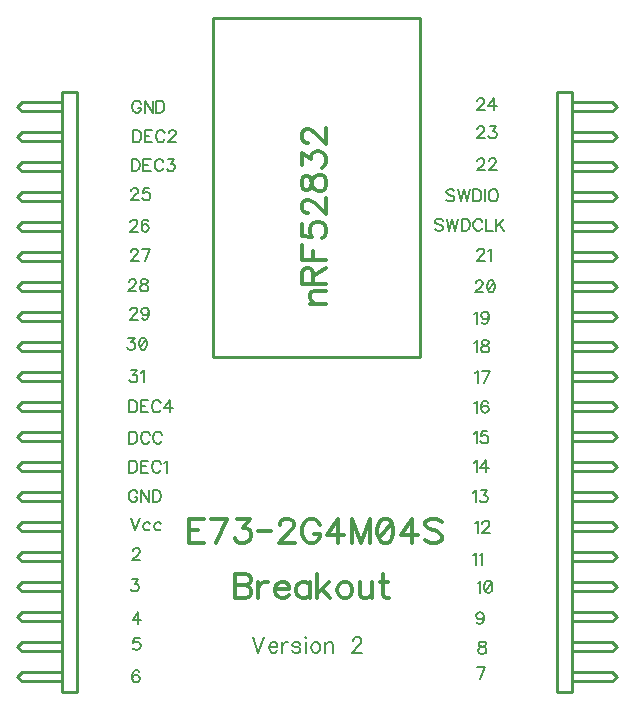
<source format=gbr>
G04 DipTrace 3.1.0.1*
G04 TopSilk.gbr*
%MOIN*%
G04 #@! TF.FileFunction,Legend,Top*
G04 #@! TF.Part,Single*
%ADD10C,0.009843*%
%ADD34C,0.00772*%
%ADD35C,0.006176*%
%ADD36C,0.012351*%
%FSLAX26Y26*%
G04*
G70*
G90*
G75*
G01*
G04 TopSilk*
%LPD*%
X2038870Y397638D2*
D10*
X1989114D1*
X2038870D2*
Y2397638D1*
X1989114D1*
X2172205Y431638D2*
X2038870D1*
X2172205D2*
X2188976Y447638D1*
X2172205Y463638D1*
X2038870D1*
X2172205Y531638D2*
X2038870D1*
X2172205D2*
X2188976Y547638D1*
X2172205Y563638D1*
X2038870D1*
X2172205Y631638D2*
X2038870D1*
X2172205D2*
X2188976Y647638D1*
X2172205Y663638D1*
X2038870D1*
X2172205Y731638D2*
X2038870D1*
X2172205D2*
X2188976Y747638D1*
X2172205Y763638D1*
X2038870D1*
X2172205Y831638D2*
X2038870D1*
X2172205D2*
X2188976Y847638D1*
X2172205Y863638D1*
X2038870D1*
X2172205Y931638D2*
X2038870D1*
X2172205D2*
X2188976Y947638D1*
X2172205Y963638D1*
X2038870D1*
X2172205Y1031638D2*
X2038870D1*
X2172205D2*
X2188976Y1047638D1*
X2172205Y1063638D1*
X2038870D1*
X2172205Y1131638D2*
X2038870D1*
X2172205D2*
X2188976Y1147638D1*
X2172205Y1163638D1*
X2038870D1*
X2172205Y1231638D2*
X2038870D1*
X2172205D2*
X2188976Y1247638D1*
X2172205Y1263638D1*
X2038870D1*
X2172205Y1331638D2*
X2038870D1*
X2172205D2*
X2188976Y1347638D1*
X2172205Y1363638D1*
X2038870D1*
X2172205Y1431638D2*
X2038870D1*
X2172205D2*
X2188976Y1447638D1*
X2172205Y1463638D1*
X2038870D1*
X2172205Y1531638D2*
X2038870D1*
X2172205D2*
X2188976Y1547638D1*
X2172205Y1563638D1*
X2038870D1*
X2172205Y1631638D2*
X2038870D1*
X2172205D2*
X2188976Y1647638D1*
X2172205Y1663638D1*
X2038870D1*
X2172205Y1731638D2*
X2038870D1*
X2172205D2*
X2188976Y1747638D1*
X2172205Y1763638D1*
X2038870D1*
X2172205Y1831638D2*
X2038870D1*
X2172205D2*
X2188976Y1847638D1*
X2172205Y1863638D1*
X2038870D1*
X2172205Y1931638D2*
X2038870D1*
X2172205D2*
X2188976Y1947638D1*
X2172205Y1963638D1*
X2038870D1*
X2172205Y2031638D2*
X2038870D1*
X2172205D2*
X2188976Y2047638D1*
X2172205Y2063638D1*
X2038870D1*
X2172205Y2131638D2*
X2038870D1*
X2172205D2*
X2188976Y2147638D1*
X2172205Y2163638D1*
X2038870D1*
X2172205Y2231638D2*
X2038870D1*
X2172205D2*
X2188976Y2247638D1*
X2172205Y2263638D1*
X2038870D1*
X2172205Y2331638D2*
X2038870D1*
X2172205D2*
X2188976Y2347638D1*
X2172205Y2363638D1*
X2038870D1*
X1989114Y397638D2*
Y473638D1*
Y2397638D1*
X339083D2*
X388839D1*
X339083D2*
Y397638D1*
X388839D1*
X205748Y2363638D2*
X339083D1*
X205748D2*
X188976Y2347638D1*
X205748Y2331638D1*
X339083D1*
X205748Y2263638D2*
X339083D1*
X205748D2*
X188976Y2247638D1*
X205748Y2231638D1*
X339083D1*
X205748Y2163638D2*
X339083D1*
X205748D2*
X188976Y2147638D1*
X205748Y2131638D1*
X339083D1*
X205748Y2063638D2*
X339083D1*
X205748D2*
X188976Y2047638D1*
X205748Y2031638D1*
X339083D1*
X205748Y1963638D2*
X339083D1*
X205748D2*
X188976Y1947638D1*
X205748Y1931638D1*
X339083D1*
X205748Y1863638D2*
X339083D1*
X205748D2*
X188976Y1847638D1*
X205748Y1831638D1*
X339083D1*
X205748Y1763638D2*
X339083D1*
X205748D2*
X188976Y1747638D1*
X205748Y1731638D1*
X339083D1*
X205748Y1663638D2*
X339083D1*
X205748D2*
X188976Y1647638D1*
X205748Y1631638D1*
X339083D1*
X205748Y1563638D2*
X339083D1*
X205748D2*
X188976Y1547638D1*
X205748Y1531638D1*
X339083D1*
X205748Y1463638D2*
X339083D1*
X205748D2*
X188976Y1447638D1*
X205748Y1431638D1*
X339083D1*
X205748Y1363638D2*
X339083D1*
X205748D2*
X188976Y1347638D1*
X205748Y1331638D1*
X339083D1*
X205748Y1263638D2*
X339083D1*
X205748D2*
X188976Y1247638D1*
X205748Y1231638D1*
X339083D1*
X205748Y1163638D2*
X339083D1*
X205748D2*
X188976Y1147638D1*
X205748Y1131638D1*
X339083D1*
X205748Y1063638D2*
X339083D1*
X205748D2*
X188976Y1047638D1*
X205748Y1031638D1*
X339083D1*
X205748Y963638D2*
X339083D1*
X205748D2*
X188976Y947638D1*
X205748Y931638D1*
X339083D1*
X205748Y863638D2*
X339083D1*
X205748D2*
X188976Y847638D1*
X205748Y831638D1*
X339083D1*
X205748Y763638D2*
X339083D1*
X205748D2*
X188976Y747638D1*
X205748Y731638D1*
X339083D1*
X205748Y663638D2*
X339083D1*
X205748D2*
X188976Y647638D1*
X205748Y631638D1*
X339083D1*
X205748Y563638D2*
X339083D1*
X205748D2*
X188976Y547638D1*
X205748Y531638D1*
X339083D1*
X205748Y463638D2*
X339083D1*
X205748D2*
X188976Y447638D1*
X205748Y431638D1*
X339083D1*
X388839Y2397638D2*
Y2321638D1*
Y397638D1*
X844508Y2643701D2*
X1533445D1*
Y1513818D1*
X844508D1*
Y2643701D1*
X603198Y2357830D2*
D35*
X601297Y2361633D1*
X597450Y2365479D1*
X593648Y2367381D1*
X585999D1*
X582152Y2365479D1*
X578349Y2361633D1*
X576404Y2357830D1*
X574503Y2352082D1*
Y2342487D1*
X576404Y2336783D1*
X578349Y2332937D1*
X582152Y2329134D1*
X585999Y2327189D1*
X593648D1*
X597450Y2329134D1*
X601297Y2332937D1*
X603198Y2336783D1*
Y2342487D1*
X593648D1*
X642345Y2367381D2*
Y2327189D1*
X615550Y2367381D1*
Y2327189D1*
X654696Y2367381D2*
Y2327189D1*
X668093D1*
X673841Y2329134D1*
X677688Y2332937D1*
X679589Y2336783D1*
X681491Y2342487D1*
Y2352082D1*
X679589Y2357830D1*
X677688Y2361633D1*
X673841Y2365479D1*
X668093Y2367381D1*
X654696D1*
X591781Y1060192D2*
X589880Y1063995D1*
X586033Y1067841D1*
X582231Y1069743D1*
X574581D1*
X570735Y1067841D1*
X566932Y1063995D1*
X564986Y1060192D1*
X563085Y1054444D1*
Y1044849D1*
X564986Y1039146D1*
X566932Y1035299D1*
X570735Y1031496D1*
X574581Y1029551D1*
X582231D1*
X586033Y1031496D1*
X589880Y1035299D1*
X591781Y1039146D1*
Y1044849D1*
X582231D1*
X630927Y1069743D2*
Y1029551D1*
X604133Y1069743D1*
Y1029551D1*
X643279Y1069743D2*
Y1029551D1*
X656676D1*
X662424Y1031496D1*
X666271Y1035299D1*
X668172Y1039146D1*
X670073Y1044849D1*
Y1054444D1*
X668172Y1060192D1*
X666271Y1063995D1*
X662424Y1067841D1*
X656676Y1069743D1*
X643279D1*
X577258Y2269349D2*
Y2229157D1*
X590656D1*
X596404Y2231103D1*
X600251Y2234905D1*
X602152Y2238752D1*
X604053Y2244456D1*
Y2254050D1*
X602152Y2259798D1*
X600251Y2263601D1*
X596404Y2267448D1*
X590656Y2269349D1*
X577258D1*
X641254D2*
X616405D1*
Y2229157D1*
X641254D1*
X616405Y2250204D2*
X631703D1*
X682301Y2259798D2*
X680400Y2263601D1*
X676553Y2267448D1*
X672750Y2269349D1*
X665101D1*
X661254Y2267448D1*
X657452Y2263601D1*
X655506Y2259798D1*
X653605Y2254050D1*
Y2244456D1*
X655506Y2238752D1*
X657452Y2234905D1*
X661254Y2231103D1*
X665101Y2229157D1*
X672750D1*
X676553Y2231103D1*
X680400Y2234905D1*
X682301Y2238752D1*
X696598Y2259754D2*
Y2261656D1*
X698499Y2265502D1*
X700400Y2267404D1*
X704247Y2269305D1*
X711897D1*
X715699Y2267404D1*
X717600Y2265502D1*
X719546Y2261656D1*
Y2257853D1*
X717600Y2254006D1*
X713798Y2248302D1*
X694652Y2229157D1*
X721447D1*
X572928Y2172892D2*
Y2132700D1*
X586325D1*
X592073Y2134646D1*
X595920Y2138448D1*
X597821Y2142295D1*
X599722Y2147999D1*
Y2157594D1*
X597821Y2163342D1*
X595920Y2167144D1*
X592073Y2170991D1*
X586325Y2172892D1*
X572928D1*
X636923D2*
X612074D1*
Y2132700D1*
X636923D1*
X612074Y2153747D2*
X627372D1*
X677970Y2163342D2*
X676069Y2167144D1*
X672222Y2170991D1*
X668420Y2172892D1*
X660770D1*
X656924Y2170991D1*
X653121Y2167144D1*
X651176Y2163342D1*
X649274Y2157594D1*
Y2147999D1*
X651176Y2142295D1*
X653121Y2138448D1*
X656924Y2134646D1*
X660770Y2132700D1*
X668420D1*
X672222Y2134646D1*
X676069Y2138448D1*
X677970Y2142295D1*
X694168Y2172848D2*
X715171D1*
X703719Y2157550D1*
X709467D1*
X713270Y2155648D1*
X715171Y2153747D1*
X717116Y2147999D1*
Y2144196D1*
X715171Y2138448D1*
X711368Y2134602D1*
X705620Y2132700D1*
X699872D1*
X694168Y2134602D1*
X692267Y2136547D1*
X690322Y2140350D1*
X568991Y975255D2*
X584289Y935063D1*
X599588Y975255D1*
X634931Y956109D2*
X631085Y959956D1*
X627238Y961857D1*
X621534D1*
X617687Y959956D1*
X613885Y956109D1*
X611939Y950361D1*
Y946559D1*
X613885Y940811D1*
X617687Y937008D1*
X621534Y935063D1*
X627238D1*
X631085Y937008D1*
X634931Y940811D1*
X670275Y956109D2*
X666428Y959956D1*
X662581Y961857D1*
X656878D1*
X653031Y959956D1*
X649228Y956109D1*
X647283Y950361D1*
Y946559D1*
X649228Y940811D1*
X653031Y937008D1*
X656878Y935063D1*
X662581D1*
X666428Y937008D1*
X670275Y940811D1*
X571330Y2066447D2*
Y2068348D1*
X573231Y2072195D1*
X575132Y2074096D1*
X578979Y2075998D1*
X586629D1*
X590431Y2074096D1*
X592332Y2072195D1*
X594278Y2068348D1*
Y2064546D1*
X592332Y2060699D1*
X588530Y2054995D1*
X569384Y2035850D1*
X596179D1*
X631478Y2075998D2*
X612377D1*
X610476Y2058798D1*
X612377Y2060699D1*
X618125Y2062645D1*
X623829D1*
X629577Y2060699D1*
X633424Y2056897D1*
X635325Y2051149D1*
Y2047346D1*
X633424Y2041598D1*
X629577Y2037751D1*
X623829Y2035850D1*
X618125D1*
X612377Y2037751D1*
X610476Y2039697D1*
X608531Y2043499D1*
X568574Y1961723D2*
Y1963624D1*
X570475Y1967471D1*
X572377Y1969372D1*
X576223Y1971273D1*
X583873D1*
X587675Y1969372D1*
X589576Y1967471D1*
X591522Y1963624D1*
Y1959821D1*
X589576Y1955975D1*
X585774Y1950271D1*
X566629Y1931126D1*
X593423D1*
X628723Y1965570D2*
X626821Y1969372D1*
X621073Y1971273D1*
X617271D1*
X611523Y1969372D1*
X607676Y1963624D1*
X605775Y1954073D1*
Y1944523D1*
X607676Y1936874D1*
X611523Y1933027D1*
X617271Y1931126D1*
X619172D1*
X624876Y1933027D1*
X628723Y1936874D1*
X630624Y1942622D1*
Y1944523D1*
X628723Y1950271D1*
X624876Y1954073D1*
X619172Y1955975D1*
X617271D1*
X611523Y1954073D1*
X607676Y1950271D1*
X605775Y1944523D1*
X570936Y1863691D2*
Y1865593D1*
X572837Y1869439D1*
X574739Y1871341D1*
X578586Y1873242D1*
X586235D1*
X590037Y1871341D1*
X591939Y1869439D1*
X593884Y1865593D1*
Y1861790D1*
X591939Y1857943D1*
X588136Y1852239D1*
X568991Y1833094D1*
X595785D1*
X615786D2*
X634931Y1873242D1*
X608137D1*
X563850Y1762510D2*
Y1764411D1*
X565751Y1768258D1*
X567652Y1770159D1*
X571499Y1772061D1*
X579148D1*
X582951Y1770159D1*
X584852Y1768258D1*
X586798Y1764411D1*
Y1760609D1*
X584852Y1756762D1*
X581049Y1751058D1*
X561904Y1731913D1*
X588699D1*
X610601Y1772061D2*
X604897Y1770159D1*
X602951Y1766357D1*
Y1762510D1*
X604897Y1758708D1*
X608699Y1756762D1*
X616349Y1754861D1*
X622097Y1752960D1*
X625899Y1749113D1*
X627801Y1745310D1*
Y1739562D1*
X625899Y1735760D1*
X623998Y1733814D1*
X618250Y1731913D1*
X610601D1*
X604897Y1733814D1*
X602951Y1735760D1*
X601050Y1739562D1*
Y1745310D1*
X602951Y1749113D1*
X606798Y1752960D1*
X612502Y1754861D1*
X620151Y1756762D1*
X623998Y1758708D1*
X625899Y1762510D1*
Y1766357D1*
X623998Y1770159D1*
X618250Y1772061D1*
X610601D1*
X568180Y1668022D2*
Y1669923D1*
X570082Y1673770D1*
X571983Y1675671D1*
X575830Y1677573D1*
X583479D1*
X587281Y1675671D1*
X589183Y1673770D1*
X591128Y1669923D1*
Y1666121D1*
X589183Y1662274D1*
X585380Y1656570D1*
X566235Y1637425D1*
X593030D1*
X630274Y1664219D2*
X628329Y1658471D1*
X624526Y1654625D1*
X618778Y1652723D1*
X616877D1*
X611129Y1654625D1*
X607326Y1658471D1*
X605381Y1664219D1*
Y1666121D1*
X607326Y1671869D1*
X611129Y1675671D1*
X616877Y1677573D1*
X618778D1*
X624526Y1675671D1*
X628329Y1671869D1*
X630274Y1664219D1*
Y1654625D1*
X628329Y1645074D1*
X624526Y1639326D1*
X618778Y1637425D1*
X614976D1*
X609228Y1639326D1*
X607326Y1643173D1*
X561814Y1577573D2*
X582816D1*
X571364Y1562274D1*
X577112D1*
X580915Y1560373D1*
X582816Y1558471D1*
X584762Y1552723D1*
Y1548921D1*
X582816Y1543173D1*
X579014Y1539326D1*
X573266Y1537425D1*
X567518D1*
X561814Y1539326D1*
X559913Y1541272D1*
X557967Y1545074D1*
X608609Y1577573D2*
X602861Y1575671D1*
X599014Y1569923D1*
X597113Y1560373D1*
Y1554625D1*
X599014Y1545074D1*
X602861Y1539326D1*
X608609Y1537425D1*
X612412D1*
X618160Y1539326D1*
X621962Y1545074D1*
X623908Y1554625D1*
Y1560373D1*
X621962Y1569923D1*
X618160Y1575671D1*
X612412Y1577573D1*
X608609D1*
X621962Y1569923D2*
X599014Y1545074D1*
X568900Y1468517D2*
X589903D1*
X578451Y1453219D1*
X584199D1*
X588002Y1451318D1*
X589903Y1449416D1*
X591848Y1443668D1*
Y1439866D1*
X589903Y1434118D1*
X586100Y1430271D1*
X580352Y1428370D1*
X574604D1*
X568900Y1430271D1*
X566999Y1432216D1*
X565054Y1436019D1*
X604200Y1460868D2*
X608047Y1462814D1*
X613795Y1468517D1*
Y1428370D1*
X564266Y1368168D2*
Y1327976D1*
X577664D1*
X583412Y1329921D1*
X587258Y1333724D1*
X589160Y1337571D1*
X591061Y1343275D1*
Y1352869D1*
X589160Y1358617D1*
X587258Y1362420D1*
X583412Y1366267D1*
X577664Y1368168D1*
X564266D1*
X628262D2*
X603412D1*
Y1327976D1*
X628262D1*
X603412Y1349023D2*
X618711D1*
X669309Y1358617D2*
X667408Y1362420D1*
X663561Y1366267D1*
X659758Y1368168D1*
X652109D1*
X648262Y1366267D1*
X644460Y1362420D1*
X642514Y1358617D1*
X640613Y1352869D1*
Y1343275D1*
X642514Y1337571D1*
X644460Y1333724D1*
X648262Y1329921D1*
X652109Y1327976D1*
X659758D1*
X663561Y1329921D1*
X667408Y1333724D1*
X669309Y1337571D1*
X700806Y1327976D2*
Y1368124D1*
X681660Y1341373D1*
X710356D1*
X564660Y1263837D2*
Y1223645D1*
X578057D1*
X583805Y1225591D1*
X587652Y1229393D1*
X589553Y1233240D1*
X591455Y1238944D1*
Y1248539D1*
X589553Y1254287D1*
X587652Y1258089D1*
X583805Y1261936D1*
X578057Y1263837D1*
X564660D1*
X632502Y1254287D2*
X630601Y1258089D1*
X626754Y1261936D1*
X622951Y1263837D1*
X615302D1*
X611455Y1261936D1*
X607653Y1258089D1*
X605707Y1254287D1*
X603806Y1248539D1*
Y1238944D1*
X605707Y1233240D1*
X607653Y1229393D1*
X611455Y1225591D1*
X615302Y1223645D1*
X622951D1*
X626754Y1225591D1*
X630601Y1229393D1*
X632502Y1233240D1*
X673549Y1254287D2*
X671648Y1258089D1*
X667801Y1261936D1*
X663999Y1263837D1*
X656349D1*
X652503Y1261936D1*
X648700Y1258089D1*
X646755Y1254287D1*
X644853Y1248539D1*
Y1238944D1*
X646755Y1233240D1*
X648700Y1229393D1*
X652503Y1225591D1*
X656349Y1223645D1*
X663999D1*
X667801Y1225591D1*
X671648Y1229393D1*
X673549Y1233240D1*
X564660Y1167381D2*
Y1127189D1*
X578057D1*
X583805Y1129134D1*
X587652Y1132937D1*
X589553Y1136783D1*
X591455Y1142487D1*
Y1152082D1*
X589553Y1157830D1*
X587652Y1161633D1*
X583805Y1165479D1*
X578057Y1167381D1*
X564660D1*
X628655D2*
X603806D1*
Y1127189D1*
X628655D1*
X603806Y1148235D2*
X619105D1*
X669703Y1157830D2*
X667801Y1161633D1*
X663955Y1165479D1*
X660152Y1167381D1*
X652503D1*
X648656Y1165479D1*
X644853Y1161633D1*
X642908Y1157830D1*
X641007Y1152082D1*
Y1142487D1*
X642908Y1136783D1*
X644853Y1132937D1*
X648656Y1129134D1*
X652503Y1127189D1*
X660152D1*
X663955Y1129134D1*
X667801Y1132937D1*
X669703Y1136783D1*
X682054Y1159687D2*
X685901Y1161633D1*
X691649Y1167336D1*
Y1127189D1*
X576842Y866053D2*
Y867955D1*
X578743Y871802D1*
X580644Y873703D1*
X584491Y875604D1*
X592140D1*
X595943Y873703D1*
X597844Y871802D1*
X599790Y867955D1*
Y864152D1*
X597844Y860305D1*
X594042Y854602D1*
X574896Y835456D1*
X601691D1*
X573625Y771667D2*
X594627D1*
X583175Y756368D1*
X588924D1*
X592726Y754467D1*
X594627Y752566D1*
X596573Y746818D1*
Y743015D1*
X594627Y737267D1*
X590825Y733421D1*
X585077Y731519D1*
X579329D1*
X573625Y733421D1*
X571724Y735366D1*
X569778Y739169D1*
X595223Y623252D2*
Y663399D1*
X576077Y636649D1*
X604773D1*
X599025Y576785D2*
X579924D1*
X578023Y559585D1*
X579924Y561487D1*
X585672Y563432D1*
X591376D1*
X597124Y561487D1*
X600971Y557684D1*
X602872Y551936D1*
Y548133D1*
X600971Y542385D1*
X597124Y538539D1*
X591376Y536637D1*
X585672D1*
X579924Y538539D1*
X578023Y540484D1*
X576077Y544287D1*
X598238Y462814D2*
X596337Y466616D1*
X590589Y468517D1*
X586786D1*
X581038Y466616D1*
X577191Y460868D1*
X575290Y451318D1*
Y441767D1*
X577191Y434118D1*
X581038Y430271D1*
X586786Y428370D1*
X588687D1*
X594391Y430271D1*
X598238Y434118D1*
X600139Y439866D1*
Y441767D1*
X598238Y447515D1*
X594391Y451318D1*
X588687Y453219D1*
X586786D1*
X581038Y451318D1*
X577191Y447515D1*
X575290Y441767D1*
X1732939Y438212D2*
X1752085Y478360D1*
X1725290D1*
X1737596Y564187D2*
X1731893Y562285D1*
X1729947Y558483D1*
Y554636D1*
X1731893Y550834D1*
X1735695Y548888D1*
X1743344Y546987D1*
X1749092Y545086D1*
X1752895Y541239D1*
X1754796Y537436D1*
Y531688D1*
X1752895Y527886D1*
X1750994Y525940D1*
X1745246Y524039D1*
X1737596D1*
X1731893Y525940D1*
X1729947Y527886D1*
X1728046Y531688D1*
Y537436D1*
X1729947Y541239D1*
X1733794Y545086D1*
X1739498Y546987D1*
X1747147Y548888D1*
X1750994Y550834D1*
X1752895Y554636D1*
Y558483D1*
X1750994Y562285D1*
X1745246Y564187D1*
X1737596D1*
X1745459Y649653D2*
X1743513Y643904D1*
X1739711Y640058D1*
X1733963Y638156D1*
X1732062D1*
X1726314Y640058D1*
X1722511Y643904D1*
X1720566Y649653D1*
Y651554D1*
X1722511Y657302D1*
X1726314Y661104D1*
X1732062Y663006D1*
X1733963D1*
X1739711Y661104D1*
X1743513Y657302D1*
X1745459Y649653D1*
Y640058D1*
X1743513Y630507D1*
X1739711Y624759D1*
X1733963Y622858D1*
X1730160D1*
X1724412Y624759D1*
X1722511Y628606D1*
X1725684Y758900D2*
X1729530Y760845D1*
X1735278Y766549D1*
Y726401D1*
X1759126Y766549D2*
X1753378Y764648D1*
X1749531Y758900D1*
X1747630Y749349D1*
Y743601D1*
X1749531Y734050D1*
X1753378Y728302D1*
X1759126Y726401D1*
X1762928D1*
X1768676Y728302D1*
X1772479Y734050D1*
X1774425Y743601D1*
Y749349D1*
X1772479Y758900D1*
X1768676Y764648D1*
X1762928Y766549D1*
X1759126D1*
X1772479Y758900D2*
X1749531Y734050D1*
X1710329Y852600D2*
X1714176Y854546D1*
X1719924Y860250D1*
Y820102D1*
X1732276Y852600D2*
X1736122Y854546D1*
X1741870Y860250D1*
Y820102D1*
X1717810Y958900D2*
X1721656Y960845D1*
X1727404Y966549D1*
Y926401D1*
X1741701Y956998D2*
Y958900D1*
X1743603Y962746D1*
X1745504Y964648D1*
X1749351Y966549D1*
X1757000D1*
X1760802Y964648D1*
X1762704Y962746D1*
X1764649Y958900D1*
Y955097D1*
X1762704Y951250D1*
X1758901Y945547D1*
X1739756Y926401D1*
X1766550D1*
X1710329Y1060474D2*
X1714176Y1062420D1*
X1719924Y1068124D1*
Y1027976D1*
X1736122Y1068124D2*
X1757125D1*
X1745673Y1052825D1*
X1751421D1*
X1755223Y1050924D1*
X1757125Y1049023D1*
X1759070Y1043275D1*
Y1039472D1*
X1757125Y1033724D1*
X1753322Y1029877D1*
X1747574Y1027976D1*
X1741826D1*
X1736122Y1029877D1*
X1734221Y1031823D1*
X1732276Y1035625D1*
X1713085Y1161262D2*
X1716932Y1163207D1*
X1722680Y1168911D1*
Y1128763D1*
X1754177D2*
Y1168911D1*
X1735031Y1142161D1*
X1763727D1*
X1713085Y1257719D2*
X1716932Y1259664D1*
X1722680Y1265368D1*
Y1225220D1*
X1757979Y1265368D2*
X1738878D1*
X1736977Y1248168D1*
X1738878Y1250069D1*
X1744626Y1252015D1*
X1750330D1*
X1756078Y1250069D1*
X1759925Y1246267D1*
X1761826Y1240519D1*
Y1236716D1*
X1759925Y1230968D1*
X1756078Y1227121D1*
X1750330Y1225220D1*
X1744626D1*
X1738878Y1227121D1*
X1736977Y1229067D1*
X1735031Y1232869D1*
X1715447Y1358900D2*
X1719294Y1360845D1*
X1725042Y1366549D1*
Y1326401D1*
X1760342Y1360845D2*
X1758440Y1364648D1*
X1752692Y1366549D1*
X1748890D1*
X1743142Y1364648D1*
X1739295Y1358900D1*
X1737394Y1349349D1*
Y1339798D1*
X1739295Y1332149D1*
X1743142Y1328302D1*
X1748890Y1326401D1*
X1750791D1*
X1756495Y1328302D1*
X1760342Y1332149D1*
X1762243Y1337897D1*
Y1339798D1*
X1760342Y1345547D1*
X1756495Y1349349D1*
X1750791Y1351250D1*
X1748890D1*
X1743142Y1349349D1*
X1739295Y1345547D1*
X1737394Y1339798D1*
X1717810Y1459687D2*
X1721656Y1461633D1*
X1727404Y1467336D1*
Y1427189D1*
X1747405D2*
X1766550Y1467336D1*
X1739756D1*
X1715447Y1560474D2*
X1719294Y1562420D1*
X1725042Y1568124D1*
Y1527976D1*
X1746944Y1568124D2*
X1741240Y1566222D1*
X1739295Y1562420D1*
Y1558573D1*
X1741240Y1554771D1*
X1745043Y1552825D1*
X1752692Y1550924D1*
X1758440Y1549023D1*
X1762243Y1545176D1*
X1764144Y1541373D1*
Y1535625D1*
X1762243Y1531823D1*
X1760342Y1529877D1*
X1754593Y1527976D1*
X1746944D1*
X1741240Y1529877D1*
X1739295Y1531823D1*
X1737394Y1535625D1*
Y1541373D1*
X1739295Y1545176D1*
X1743142Y1549023D1*
X1748845Y1550924D1*
X1756495Y1552825D1*
X1760342Y1554771D1*
X1762243Y1558573D1*
Y1562420D1*
X1760342Y1566222D1*
X1754593Y1568124D1*
X1746944D1*
X1715447Y1656537D2*
X1719294Y1658483D1*
X1725042Y1664187D1*
Y1624039D1*
X1762287Y1650834D2*
X1760342Y1645086D1*
X1756539Y1641239D1*
X1750791Y1639338D1*
X1748890D1*
X1743142Y1641239D1*
X1739339Y1645086D1*
X1737394Y1650834D1*
Y1652735D1*
X1739339Y1658483D1*
X1743142Y1662285D1*
X1748890Y1664187D1*
X1750791D1*
X1756539Y1662285D1*
X1760342Y1658483D1*
X1762287Y1650834D1*
Y1641239D1*
X1760342Y1631688D1*
X1756539Y1625940D1*
X1750791Y1624039D1*
X1746988D1*
X1741240Y1625940D1*
X1739339Y1629787D1*
X1719755Y1758573D2*
Y1760474D1*
X1721656Y1764321D1*
X1723558Y1766222D1*
X1727404Y1768124D1*
X1735054D1*
X1738856Y1766222D1*
X1740758Y1764321D1*
X1742703Y1760474D1*
Y1756672D1*
X1740758Y1752825D1*
X1736955Y1747121D1*
X1717810Y1727976D1*
X1744604D1*
X1768452Y1768124D2*
X1762704Y1766222D1*
X1758857Y1760474D1*
X1756956Y1750924D1*
Y1745176D1*
X1758857Y1735625D1*
X1762704Y1729877D1*
X1768452Y1727976D1*
X1772254D1*
X1778002Y1729877D1*
X1781805Y1735625D1*
X1783750Y1745176D1*
Y1750924D1*
X1781805Y1760474D1*
X1778002Y1766222D1*
X1772254Y1768124D1*
X1768452D1*
X1781805Y1760474D2*
X1758857Y1735625D1*
X1724873Y1864872D2*
Y1866774D1*
X1726775Y1870620D1*
X1728676Y1872522D1*
X1732523Y1874423D1*
X1740172D1*
X1743974Y1872522D1*
X1745876Y1870620D1*
X1747821Y1866774D1*
Y1862971D1*
X1745876Y1859124D1*
X1742073Y1853421D1*
X1722928Y1834275D1*
X1749722D1*
X1762074Y1866774D2*
X1765921Y1868719D1*
X1771669Y1874423D1*
Y1834275D1*
X1609959Y1967932D2*
X1606156Y1971778D1*
X1600408Y1973680D1*
X1592759D1*
X1587011Y1971778D1*
X1583164Y1967932D1*
Y1964129D1*
X1585109Y1960282D1*
X1587011Y1958381D1*
X1590813Y1956480D1*
X1602309Y1952633D1*
X1606156Y1950732D1*
X1608057Y1948786D1*
X1609959Y1944984D1*
Y1939236D1*
X1606156Y1935433D1*
X1600408Y1933488D1*
X1592759D1*
X1587011Y1935433D1*
X1583164Y1939236D1*
X1622310Y1973680D2*
X1631905Y1933488D1*
X1641455Y1973680D1*
X1651006Y1933488D1*
X1660601Y1973680D1*
X1672952D2*
Y1933488D1*
X1686349D1*
X1692098Y1935433D1*
X1695944Y1939236D1*
X1697846Y1943083D1*
X1699747Y1948786D1*
Y1958381D1*
X1697846Y1964129D1*
X1695944Y1967932D1*
X1692098Y1971778D1*
X1686349Y1973680D1*
X1672952D1*
X1740794Y1964129D2*
X1738893Y1967932D1*
X1735046Y1971778D1*
X1731244Y1973680D1*
X1723594D1*
X1719748Y1971778D1*
X1715945Y1967932D1*
X1714000Y1964129D1*
X1712098Y1958381D1*
Y1948786D1*
X1714000Y1943083D1*
X1715945Y1939236D1*
X1719748Y1935433D1*
X1723594Y1933488D1*
X1731244D1*
X1735046Y1935433D1*
X1738893Y1939236D1*
X1740794Y1943083D1*
X1753146Y1973680D2*
Y1933488D1*
X1776093D1*
X1788445Y1973680D2*
Y1933488D1*
X1815240Y1973680D2*
X1788445Y1946885D1*
X1797995Y1956480D2*
X1815240Y1933488D1*
X1648541Y2065963D2*
X1644739Y2069810D1*
X1638991Y2071711D1*
X1631341D1*
X1625593Y2069810D1*
X1621747Y2065963D1*
Y2062161D1*
X1623692Y2058314D1*
X1625593Y2056413D1*
X1629396Y2054511D1*
X1640892Y2050665D1*
X1644739Y2048763D1*
X1646640Y2046818D1*
X1648541Y2043015D1*
Y2037267D1*
X1644739Y2033465D1*
X1638991Y2031519D1*
X1631341D1*
X1625593Y2033465D1*
X1621747Y2037267D1*
X1660893Y2071711D2*
X1670488Y2031519D1*
X1680038Y2071711D1*
X1689589Y2031519D1*
X1699183Y2071711D1*
X1711535D2*
Y2031519D1*
X1724932D1*
X1730680Y2033465D1*
X1734527Y2037267D1*
X1736428Y2041114D1*
X1738330Y2046818D1*
Y2056413D1*
X1736428Y2062161D1*
X1734527Y2065963D1*
X1730680Y2069810D1*
X1724932Y2071711D1*
X1711535D1*
X1750681D2*
Y2031519D1*
X1774528Y2071711D2*
X1770682Y2069810D1*
X1766879Y2065963D1*
X1764934Y2062161D1*
X1763032Y2056413D1*
Y2046818D1*
X1764934Y2041114D1*
X1766879Y2037267D1*
X1770682Y2033465D1*
X1774528Y2031519D1*
X1782178D1*
X1785980Y2033465D1*
X1789827Y2037267D1*
X1791728Y2041114D1*
X1793630Y2046818D1*
Y2056413D1*
X1791728Y2062161D1*
X1789827Y2065963D1*
X1785980Y2069810D1*
X1782178Y2071711D1*
X1774528D1*
X1725267Y2165660D2*
Y2167561D1*
X1727168Y2171408D1*
X1729069Y2173309D1*
X1732916Y2175210D1*
X1740566D1*
X1744368Y2173309D1*
X1746269Y2171408D1*
X1748215Y2167561D1*
Y2163759D1*
X1746269Y2159912D1*
X1742467Y2154208D1*
X1723321Y2135063D1*
X1750116D1*
X1764413Y2165660D2*
Y2167561D1*
X1766314Y2171408D1*
X1768216Y2173309D1*
X1772062Y2175210D1*
X1779712D1*
X1783514Y2173309D1*
X1785415Y2171408D1*
X1787361Y2167561D1*
Y2163759D1*
X1785415Y2159912D1*
X1781613Y2154208D1*
X1762468Y2135063D1*
X1789262D1*
X1724873Y2271959D2*
Y2273860D1*
X1726775Y2277707D1*
X1728676Y2279608D1*
X1732523Y2281510D1*
X1740172D1*
X1743974Y2279608D1*
X1745876Y2277707D1*
X1747821Y2273860D1*
Y2270058D1*
X1745876Y2266211D1*
X1742073Y2260507D1*
X1722928Y2241362D1*
X1749722D1*
X1765921Y2281510D2*
X1786923D1*
X1775471Y2266211D1*
X1781219D1*
X1785022Y2264310D1*
X1786923Y2262408D1*
X1788868Y2256660D1*
Y2252858D1*
X1786923Y2247110D1*
X1783120Y2243263D1*
X1777372Y2241362D1*
X1771624D1*
X1765921Y2243263D1*
X1764019Y2245209D1*
X1762074Y2249011D1*
X1724873Y2365660D2*
Y2367561D1*
X1726775Y2371408D1*
X1728676Y2373309D1*
X1732523Y2375210D1*
X1740172D1*
X1743974Y2373309D1*
X1745876Y2371408D1*
X1747821Y2367561D1*
Y2363759D1*
X1745876Y2359912D1*
X1742073Y2354208D1*
X1722928Y2335063D1*
X1749722D1*
X1781219D2*
Y2375210D1*
X1762074Y2348460D1*
X1790770D1*
X916960Y789640D2*
D36*
Y709256D1*
X951449D1*
X962945Y713147D1*
X966747Y716950D1*
X970550Y724555D1*
Y736051D1*
X966747Y743745D1*
X962945Y747547D1*
X951449Y751350D1*
X962945Y755241D1*
X966747Y759043D1*
X970550Y766648D1*
Y774342D1*
X966747Y781947D1*
X962945Y785838D1*
X951449Y789640D1*
X916960D1*
Y751350D2*
X951449D1*
X995253Y762846D2*
Y709256D1*
Y739854D2*
X999144Y751350D1*
X1006749Y759043D1*
X1014442Y762846D1*
X1025938D1*
X1050641Y739854D2*
X1096537D1*
Y747547D1*
X1092734Y755241D1*
X1088932Y759043D1*
X1081238Y762846D1*
X1069742D1*
X1062137Y759043D1*
X1054444Y751350D1*
X1050641Y739854D1*
Y732248D1*
X1054444Y720752D1*
X1062137Y713147D1*
X1069742Y709256D1*
X1081238D1*
X1088932Y713147D1*
X1096537Y720752D1*
X1167135Y762846D2*
Y709256D1*
Y751350D2*
X1159530Y759043D1*
X1151837Y762846D1*
X1140429D1*
X1132736Y759043D1*
X1125131Y751350D1*
X1121240Y739854D1*
Y732248D1*
X1125131Y720752D1*
X1132736Y713147D1*
X1140429Y709256D1*
X1151837D1*
X1159530Y713147D1*
X1167135Y720752D1*
X1191838Y789640D2*
Y709256D1*
X1230129Y762846D2*
X1191838Y724555D1*
X1207137Y739854D2*
X1233932Y709256D1*
X1277736Y762846D2*
X1270130Y759043D1*
X1262437Y751350D1*
X1258634Y739854D1*
Y732248D1*
X1262437Y720752D1*
X1270130Y713147D1*
X1277736Y709256D1*
X1289232D1*
X1296925Y713147D1*
X1304530Y720752D1*
X1308421Y732248D1*
Y739854D1*
X1304530Y751350D1*
X1296925Y759043D1*
X1289232Y762846D1*
X1277736D1*
X1333124D2*
Y724555D1*
X1336926Y713147D1*
X1344620Y709256D1*
X1356116D1*
X1363721Y713147D1*
X1375217Y724555D1*
Y762846D2*
Y709256D1*
X1411416Y789640D2*
Y724555D1*
X1415219Y713147D1*
X1422912Y709256D1*
X1430517D1*
X1399920Y762846D2*
X1426715D1*
X976086Y578140D2*
D34*
X995209Y527900D1*
X1014332Y578140D1*
X1029771Y547023D2*
X1058456D1*
Y551831D1*
X1056080Y556640D1*
X1053703Y559016D1*
X1048895Y561393D1*
X1041710D1*
X1036956Y559016D1*
X1032148Y554208D1*
X1029771Y547023D1*
Y542270D1*
X1032148Y535085D1*
X1036956Y530332D1*
X1041710Y527900D1*
X1048895D1*
X1053703Y530332D1*
X1058456Y535085D1*
X1073895Y561393D2*
Y527900D1*
Y547023D2*
X1076327Y554208D1*
X1081080Y559016D1*
X1085889Y561393D1*
X1093074D1*
X1134822Y554208D2*
X1132445Y559016D1*
X1125260Y561393D1*
X1118075D1*
X1110890Y559016D1*
X1108513Y554208D1*
X1110890Y549455D1*
X1115698Y547023D1*
X1127636Y544646D1*
X1132445Y542270D1*
X1134822Y537461D1*
Y535085D1*
X1132445Y530332D1*
X1125260Y527900D1*
X1118075D1*
X1110890Y530332D1*
X1108513Y535085D1*
X1150261Y578140D2*
X1152637Y575763D1*
X1155069Y578140D1*
X1152637Y580572D1*
X1150261Y578140D1*
X1152637Y561393D2*
Y527900D1*
X1182447Y561393D2*
X1177693Y559016D1*
X1172885Y554208D1*
X1170508Y547023D1*
Y542270D1*
X1172885Y535085D1*
X1177693Y530332D1*
X1182447Y527900D1*
X1189632D1*
X1194440Y530332D1*
X1199193Y535085D1*
X1201625Y542270D1*
Y547023D1*
X1199193Y554208D1*
X1194440Y559016D1*
X1189632Y561393D1*
X1182447D1*
X1217064D2*
Y527900D1*
Y551831D2*
X1224249Y559016D1*
X1229058Y561393D1*
X1236188D1*
X1240996Y559016D1*
X1243373Y551831D1*
Y527900D1*
X1309845Y566146D2*
Y568523D1*
X1312221Y573331D1*
X1314598Y575708D1*
X1319406Y578084D1*
X1328968D1*
X1333721Y575708D1*
X1336098Y573331D1*
X1338530Y568523D1*
Y563770D1*
X1336098Y558961D1*
X1331345Y551831D1*
X1307413Y527900D1*
X1340906D1*
X813116Y973499D2*
D36*
X763417D1*
Y893115D1*
X813116D1*
X763417Y935208D2*
X794014D1*
X853117Y893115D2*
X891408Y973410D1*
X837818D1*
X923804D2*
X965809D1*
X942905Y942813D1*
X954401D1*
X962006Y939010D1*
X965809Y935208D1*
X969700Y923712D1*
Y916107D1*
X965809Y904611D1*
X958204Y896917D1*
X946708Y893115D1*
X935212D1*
X923804Y896917D1*
X920001Y900808D1*
X916110Y908413D1*
X994403Y933262D2*
X1038618D1*
X1067212Y954309D2*
Y958112D1*
X1071015Y965805D1*
X1074817Y969608D1*
X1082511Y973410D1*
X1097809D1*
X1105414Y969608D1*
X1109217Y965805D1*
X1113108Y958112D1*
Y950507D1*
X1109217Y942813D1*
X1101612Y931405D1*
X1063321Y893115D1*
X1116910D1*
X1199005Y954397D2*
X1195202Y962003D1*
X1187509Y969696D1*
X1179904Y973499D1*
X1164605D1*
X1156912Y969696D1*
X1149307Y962003D1*
X1145416Y954397D1*
X1141613Y942901D1*
Y923712D1*
X1145416Y912304D1*
X1149307Y904611D1*
X1156912Y897006D1*
X1164605Y893115D1*
X1179904D1*
X1187509Y897006D1*
X1195202Y904611D1*
X1199005Y912304D1*
Y923712D1*
X1179904D1*
X1261999Y893115D2*
Y973410D1*
X1223708Y919909D1*
X1281100D1*
X1366997Y893115D2*
Y973499D1*
X1336400Y893115D1*
X1305803Y973499D1*
Y893115D1*
X1414692Y973410D2*
X1403196Y969608D1*
X1395502Y958112D1*
X1391700Y939010D1*
Y927514D1*
X1395502Y908413D1*
X1403196Y896917D1*
X1414692Y893115D1*
X1422297D1*
X1433793Y896917D1*
X1441398Y908413D1*
X1445289Y927514D1*
Y939010D1*
X1441398Y958112D1*
X1433793Y969608D1*
X1422297Y973410D1*
X1414692D1*
X1441398Y958112D2*
X1395502Y908413D1*
X1508283Y893115D2*
Y973410D1*
X1469992Y919909D1*
X1527384D1*
X1605676Y962003D2*
X1598071Y969696D1*
X1586575Y973499D1*
X1571276D1*
X1559780Y969696D1*
X1552087Y962003D1*
Y954397D1*
X1555978Y946704D1*
X1559780Y942901D1*
X1567385Y939099D1*
X1590377Y931405D1*
X1598071Y927603D1*
X1601873Y923712D1*
X1605676Y916107D1*
Y904611D1*
X1598071Y897006D1*
X1586575Y893115D1*
X1571276D1*
X1559780Y897006D1*
X1552087Y904611D1*
X1167279Y1690201D2*
X1220868D1*
X1182578D2*
X1171082Y1701697D1*
X1167279Y1709390D1*
Y1720798D1*
X1171082Y1728492D1*
X1182578Y1732294D1*
X1220868D1*
X1178775Y1756997D2*
Y1791397D1*
X1174884Y1802893D1*
X1171082Y1806784D1*
X1163476Y1810586D1*
X1155783D1*
X1148178Y1806784D1*
X1144287Y1802893D1*
X1140484Y1791397D1*
Y1756997D1*
X1220868D1*
X1178775Y1783791D2*
X1220868Y1810586D1*
X1140484Y1885076D2*
Y1835289D1*
X1220868D1*
X1178775D2*
Y1865886D1*
X1140573Y1955674D2*
Y1917472D1*
X1174973Y1913669D1*
X1171170Y1917472D1*
X1167279Y1928968D1*
Y1940376D1*
X1171170Y1951872D1*
X1178775Y1959565D1*
X1190271Y1963368D1*
X1197876D1*
X1209372Y1959565D1*
X1217066Y1951872D1*
X1220868Y1940376D1*
Y1928968D1*
X1217066Y1917472D1*
X1213175Y1913669D1*
X1205570Y1909779D1*
X1159674Y1991962D2*
X1155871D1*
X1148178Y1995764D1*
X1144375Y1999567D1*
X1140573Y2007260D1*
Y2022559D1*
X1144375Y2030164D1*
X1148178Y2033966D1*
X1155871Y2037857D1*
X1163476D1*
X1171170Y2033966D1*
X1182578Y2026361D1*
X1220868Y1988071D1*
Y2041660D1*
X1140573Y2085464D2*
X1144375Y2074056D1*
X1151980Y2070165D1*
X1159674D1*
X1167279Y2074056D1*
X1171170Y2081661D1*
X1174973Y2096960D1*
X1178775Y2108456D1*
X1186469Y2116061D1*
X1194074Y2119864D1*
X1205570D1*
X1213175Y2116061D1*
X1217066Y2112259D1*
X1220868Y2100763D1*
Y2085464D1*
X1217066Y2074056D1*
X1213175Y2070165D1*
X1205570Y2066363D1*
X1194074D1*
X1186469Y2070165D1*
X1178775Y2077859D1*
X1174973Y2089266D1*
X1171170Y2104565D1*
X1167279Y2112259D1*
X1159674Y2116061D1*
X1151980D1*
X1144375Y2112259D1*
X1140573Y2100763D1*
Y2085464D1*
Y2152260D2*
Y2194265D1*
X1171170Y2171361D1*
Y2182857D1*
X1174973Y2190462D1*
X1178775Y2194265D1*
X1190271Y2198156D1*
X1197876D1*
X1209372Y2194265D1*
X1217066Y2186660D1*
X1220868Y2175164D1*
Y2163668D1*
X1217066Y2152260D1*
X1213175Y2148457D1*
X1205570Y2144566D1*
X1159674Y2226750D2*
X1155871D1*
X1148178Y2230552D1*
X1144375Y2234355D1*
X1140573Y2242048D1*
Y2257347D1*
X1144375Y2264952D1*
X1148178Y2268754D1*
X1155871Y2272645D1*
X1163476D1*
X1171170Y2268754D1*
X1182578Y2261149D1*
X1220868Y2222859D1*
Y2276448D1*
M02*

</source>
